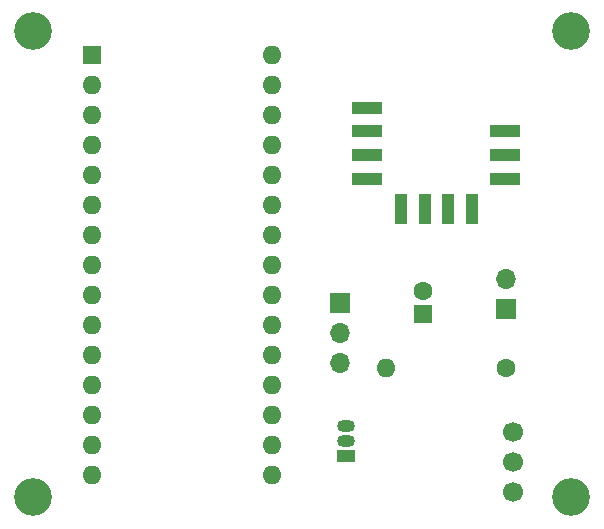
<source format=gts>
%TF.GenerationSoftware,KiCad,Pcbnew,(5.1.10)-1*%
%TF.CreationDate,2021-11-22T17:18:02+01:00*%
%TF.ProjectId,termostat,7465726d-6f73-4746-9174-2e6b69636164,rev?*%
%TF.SameCoordinates,Original*%
%TF.FileFunction,Soldermask,Top*%
%TF.FilePolarity,Negative*%
%FSLAX46Y46*%
G04 Gerber Fmt 4.6, Leading zero omitted, Abs format (unit mm)*
G04 Created by KiCad (PCBNEW (5.1.10)-1) date 2021-11-22 17:18:02*
%MOMM*%
%LPD*%
G01*
G04 APERTURE LIST*
%ADD10C,3.200000*%
%ADD11C,1.700000*%
%ADD12O,1.700000X1.700000*%
%ADD13R,1.700000X1.700000*%
%ADD14O,1.600000X1.600000*%
%ADD15R,1.600000X1.600000*%
%ADD16R,2.500000X1.000000*%
%ADD17R,1.000000X2.500000*%
%ADD18R,1.500000X1.050000*%
%ADD19O,1.500000X1.050000*%
%ADD20C,1.600000*%
G04 APERTURE END LIST*
D10*
X170500000Y-116000000D03*
X170500000Y-76500000D03*
X125000000Y-116000000D03*
X125000000Y-76500000D03*
D11*
X165630000Y-110460000D03*
X165630000Y-113000000D03*
X165630000Y-115540000D03*
D12*
X151000000Y-104580000D03*
X151000000Y-102040000D03*
D13*
X151000000Y-99500000D03*
D14*
X145240000Y-114060000D03*
X130000000Y-114060000D03*
X145240000Y-78500000D03*
X130000000Y-111520000D03*
X145240000Y-81040000D03*
X130000000Y-108980000D03*
X145240000Y-83580000D03*
X130000000Y-106440000D03*
X145240000Y-86120000D03*
X130000000Y-103900000D03*
X145240000Y-88660000D03*
X130000000Y-101360000D03*
X145240000Y-91200000D03*
X130000000Y-98820000D03*
X145240000Y-93740000D03*
X130000000Y-96280000D03*
X145240000Y-96280000D03*
X130000000Y-93740000D03*
X145240000Y-98820000D03*
X130000000Y-91200000D03*
X145240000Y-101360000D03*
X130000000Y-88660000D03*
X145240000Y-103900000D03*
X130000000Y-86120000D03*
X145240000Y-106440000D03*
X130000000Y-83580000D03*
X145240000Y-108980000D03*
X130000000Y-81040000D03*
X145240000Y-111520000D03*
D15*
X130000000Y-78500000D03*
D16*
X153280000Y-83010000D03*
X153280000Y-85010000D03*
X153280000Y-87010000D03*
X153280000Y-89010000D03*
D17*
X156130000Y-91610000D03*
X158130000Y-91610000D03*
X160130000Y-91610000D03*
X162130000Y-91610000D03*
D16*
X164980000Y-89010000D03*
X164980000Y-87010000D03*
X164980000Y-85010000D03*
D18*
X151500000Y-112500000D03*
D19*
X151500000Y-109960000D03*
X151500000Y-111230000D03*
D14*
X154840000Y-105000000D03*
D20*
X165000000Y-105000000D03*
D12*
X165000000Y-97460000D03*
D13*
X165000000Y-100000000D03*
D20*
X158000000Y-98500000D03*
D15*
X158000000Y-100500000D03*
M02*

</source>
